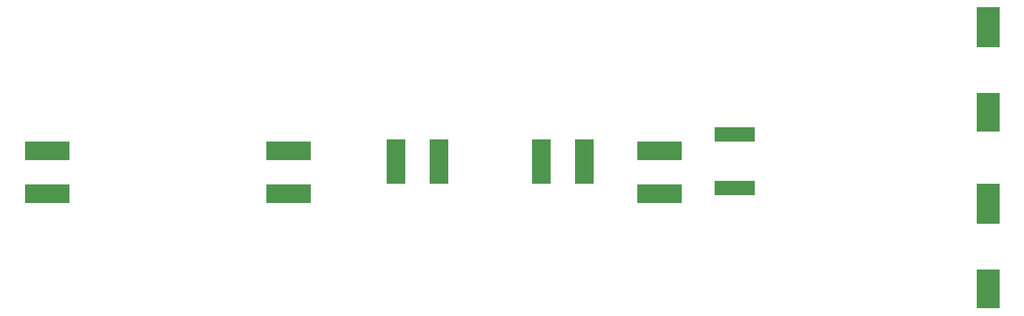
<source format=gtp>
*%FSLAX24Y24*%
*%MOIN*%
G01*
%ADD11C,0.0060*%
%ADD12C,0.0073*%
%ADD13C,0.0080*%
%ADD14C,0.0098*%
%ADD15C,0.0100*%
%ADD16C,0.0120*%
%ADD17C,0.0150*%
%ADD18C,0.0160*%
%ADD19C,0.0197*%
%ADD20C,0.0200*%
%ADD21C,0.0250*%
%ADD22C,0.0300*%
%ADD23C,0.0300*%
%ADD24C,0.0394*%
%ADD25C,0.0397*%
%ADD26C,0.0400*%
%ADD27C,0.0434*%
%ADD28C,0.0500*%
%ADD29C,0.0500*%
%ADD30C,0.0700*%
%ADD31C,0.0700*%
%ADD32C,0.0720*%
%ADD33C,0.0827*%
%ADD34C,0.0920*%
%ADD35C,0.1000*%
%ADD36C,0.1000*%
%ADD37C,0.1040*%
%ADD38C,0.1210*%
%ADD39C,0.1250*%
%ADD40C,0.1290*%
%ADD41C,0.1500*%
%ADD42C,0.1560*%
%ADD43C,0.1700*%
%ADD44C,0.1772*%
%ADD45C,0.1812*%
%ADD46C,0.2400*%
%ADD47C,0.2500*%
%ADD48C,0.2500*%
%ADD49R,0.0900X0.2100*%
%ADD50R,0.1000X0.1000*%
%ADD51R,0.1000X0.2200*%
%ADD52R,0.1040X0.2240*%
%ADD53R,0.1050X0.1800*%
%ADD54R,0.1050X0.1850*%
%ADD55R,0.1181X0.1969*%
%ADD56R,0.1221X0.2009*%
%ADD57R,0.1250X0.1250*%
%ADD58R,0.1290X0.1290*%
%ADD59R,0.1500X0.1500*%
%ADD60R,0.1700X0.1700*%
%ADD61R,0.1900X0.0700*%
%ADD62R,0.2000X0.0750*%
%ADD63R,0.2000X0.2000*%
%ADD64R,0.2040X0.0790*%
%ADD65R,0.2040X0.2040*%
%ADD66R,0.2100X0.0900*%
%ADD67R,0.2200X0.1000*%
%ADD68R,0.2200X0.2200*%
%ADD69R,0.2240X0.1040*%
%ADD70R,0.2500X0.2500*%
D49*
X43540Y19380D02*
D03*
X41540D02*
D03*
X36790D02*
D03*
X34790D02*
D03*
D53*
X62365Y21680D02*
D03*
Y13430D02*
D03*
D54*
Y25655D02*
D03*
Y17405D02*
D03*
D61*
X50540Y20630D02*
D03*
Y18130D02*
D03*
D66*
X47040Y19880D02*
D03*
Y17880D02*
D03*
X29790Y19880D02*
D03*
Y17880D02*
D03*
X18540Y19880D02*
D03*
Y17880D02*
D03*
M02*

</source>
